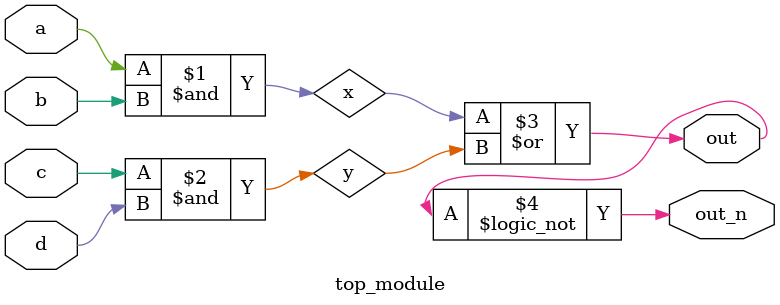
<source format=v>
module top_module(
    input a,
    input b,
    input c,
    input d,
    output out,
    output out_n   ); 
    wire x,y;
    assign x=a&b;
    assign y=c&d;
    assign out=x|y;
    assign out_n=!out;
endmodule

</source>
